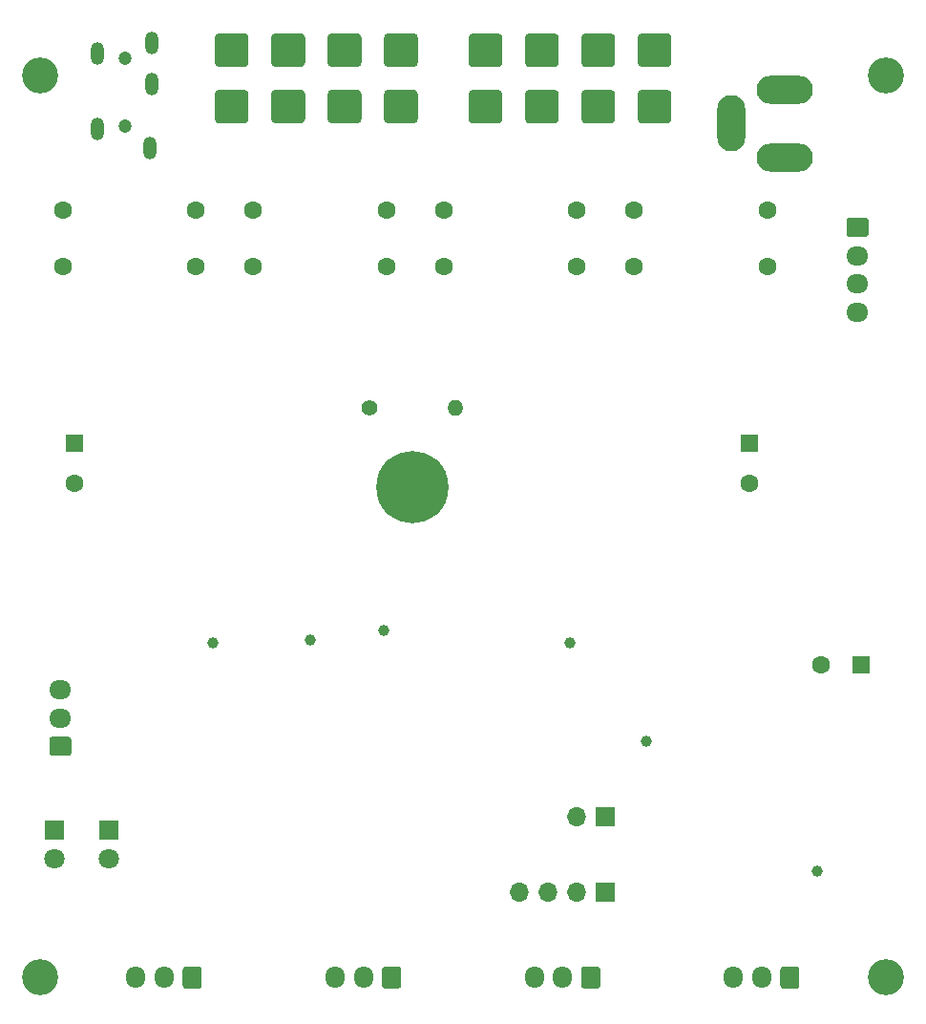
<source format=gbr>
%TF.GenerationSoftware,KiCad,Pcbnew,(5.1.8)-1*%
%TF.CreationDate,2021-12-09T09:07:22-03:00*%
%TF.ProjectId,dsp_amp_2to4,6473705f-616d-4705-9f32-746f342e6b69,1.1*%
%TF.SameCoordinates,Original*%
%TF.FileFunction,Soldermask,Bot*%
%TF.FilePolarity,Negative*%
%FSLAX46Y46*%
G04 Gerber Fmt 4.6, Leading zero omitted, Abs format (unit mm)*
G04 Created by KiCad (PCBNEW (5.1.8)-1) date 2021-12-09 09:07:22*
%MOMM*%
%LPD*%
G01*
G04 APERTURE LIST*
%ADD10C,1.000000*%
%ADD11O,1.950000X1.700000*%
%ADD12O,5.000000X2.500000*%
%ADD13O,2.500000X5.000000*%
%ADD14R,1.600000X1.600000*%
%ADD15C,1.600000*%
%ADD16O,1.200000X2.000000*%
%ADD17C,1.200000*%
%ADD18O,1.700000X1.700000*%
%ADD19R,1.700000X1.700000*%
%ADD20O,1.400000X1.400000*%
%ADD21C,1.400000*%
%ADD22C,0.800000*%
%ADD23C,6.400000*%
%ADD24O,1.700000X1.950000*%
%ADD25R,1.800000X1.800000*%
%ADD26C,1.800000*%
%ADD27C,3.200000*%
G04 APERTURE END LIST*
D10*
%TO.C,TP6*%
X108300000Y-114031520D03*
%TD*%
%TO.C,TP5*%
X123400000Y-125600000D03*
%TD*%
%TO.C,TP4*%
X101500000Y-105300000D03*
%TD*%
%TO.C,TP3*%
X85000000Y-104200000D03*
%TD*%
%TO.C,TP2*%
X78500000Y-105100000D03*
%TD*%
%TO.C,TP1*%
X69800000Y-105300000D03*
%TD*%
D11*
%TO.C,JP3*%
X127000000Y-76000000D03*
X127000000Y-73500000D03*
X127000000Y-71000000D03*
G36*
G01*
X126275000Y-67650000D02*
X127725000Y-67650000D01*
G75*
G02*
X127975000Y-67900000I0J-250000D01*
G01*
X127975000Y-69100000D01*
G75*
G02*
X127725000Y-69350000I-250000J0D01*
G01*
X126275000Y-69350000D01*
G75*
G02*
X126025000Y-69100000I0J250000D01*
G01*
X126025000Y-67900000D01*
G75*
G02*
X126275000Y-67650000I250000J0D01*
G01*
G37*
%TD*%
D12*
%TO.C,J1*%
X120500000Y-62300000D03*
X120500000Y-56300000D03*
D13*
X115800000Y-59300000D03*
%TD*%
D14*
%TO.C,C11*%
X57552651Y-87650000D03*
D15*
X57552651Y-91150000D03*
%TD*%
%TO.C,J5*%
G36*
G01*
X95500000Y-51675000D02*
X95500000Y-53925000D01*
G75*
G02*
X95125000Y-54300000I-375000J0D01*
G01*
X92875000Y-54300000D01*
G75*
G02*
X92500000Y-53925000I0J375000D01*
G01*
X92500000Y-51675000D01*
G75*
G02*
X92875000Y-51300000I375000J0D01*
G01*
X95125000Y-51300000D01*
G75*
G02*
X95500000Y-51675000I0J-375000D01*
G01*
G37*
G36*
G01*
X100500000Y-51675000D02*
X100500000Y-53925000D01*
G75*
G02*
X100125000Y-54300000I-375000J0D01*
G01*
X97875000Y-54300000D01*
G75*
G02*
X97500000Y-53925000I0J375000D01*
G01*
X97500000Y-51675000D01*
G75*
G02*
X97875000Y-51300000I375000J0D01*
G01*
X100125000Y-51300000D01*
G75*
G02*
X100500000Y-51675000I0J-375000D01*
G01*
G37*
G36*
G01*
X105500000Y-51675000D02*
X105500000Y-53925000D01*
G75*
G02*
X105125000Y-54300000I-375000J0D01*
G01*
X102875000Y-54300000D01*
G75*
G02*
X102500000Y-53925000I0J375000D01*
G01*
X102500000Y-51675000D01*
G75*
G02*
X102875000Y-51300000I375000J0D01*
G01*
X105125000Y-51300000D01*
G75*
G02*
X105500000Y-51675000I0J-375000D01*
G01*
G37*
G36*
G01*
X110500000Y-51675000D02*
X110500000Y-53925000D01*
G75*
G02*
X110125000Y-54300000I-375000J0D01*
G01*
X107875000Y-54300000D01*
G75*
G02*
X107500000Y-53925000I0J375000D01*
G01*
X107500000Y-51675000D01*
G75*
G02*
X107875000Y-51300000I375000J0D01*
G01*
X110125000Y-51300000D01*
G75*
G02*
X110500000Y-51675000I0J-375000D01*
G01*
G37*
G36*
G01*
X95500000Y-56675000D02*
X95500000Y-58925000D01*
G75*
G02*
X95125000Y-59300000I-375000J0D01*
G01*
X92875000Y-59300000D01*
G75*
G02*
X92500000Y-58925000I0J375000D01*
G01*
X92500000Y-56675000D01*
G75*
G02*
X92875000Y-56300000I375000J0D01*
G01*
X95125000Y-56300000D01*
G75*
G02*
X95500000Y-56675000I0J-375000D01*
G01*
G37*
G36*
G01*
X100500000Y-56675000D02*
X100500000Y-58925000D01*
G75*
G02*
X100125000Y-59300000I-375000J0D01*
G01*
X97875000Y-59300000D01*
G75*
G02*
X97500000Y-58925000I0J375000D01*
G01*
X97500000Y-56675000D01*
G75*
G02*
X97875000Y-56300000I375000J0D01*
G01*
X100125000Y-56300000D01*
G75*
G02*
X100500000Y-56675000I0J-375000D01*
G01*
G37*
G36*
G01*
X105500000Y-56675000D02*
X105500000Y-58925000D01*
G75*
G02*
X105125000Y-59300000I-375000J0D01*
G01*
X102875000Y-59300000D01*
G75*
G02*
X102500000Y-58925000I0J375000D01*
G01*
X102500000Y-56675000D01*
G75*
G02*
X102875000Y-56300000I375000J0D01*
G01*
X105125000Y-56300000D01*
G75*
G02*
X105500000Y-56675000I0J-375000D01*
G01*
G37*
G36*
G01*
X110500000Y-56675000D02*
X110500000Y-58925000D01*
G75*
G02*
X110125000Y-59300000I-375000J0D01*
G01*
X107875000Y-59300000D01*
G75*
G02*
X107500000Y-58925000I0J375000D01*
G01*
X107500000Y-56675000D01*
G75*
G02*
X107875000Y-56300000I375000J0D01*
G01*
X110125000Y-56300000D01*
G75*
G02*
X110500000Y-56675000I0J-375000D01*
G01*
G37*
%TD*%
%TO.C,J4*%
G36*
G01*
X73000000Y-51675000D02*
X73000000Y-53925000D01*
G75*
G02*
X72625000Y-54300000I-375000J0D01*
G01*
X70375000Y-54300000D01*
G75*
G02*
X70000000Y-53925000I0J375000D01*
G01*
X70000000Y-51675000D01*
G75*
G02*
X70375000Y-51300000I375000J0D01*
G01*
X72625000Y-51300000D01*
G75*
G02*
X73000000Y-51675000I0J-375000D01*
G01*
G37*
G36*
G01*
X78000000Y-51675000D02*
X78000000Y-53925000D01*
G75*
G02*
X77625000Y-54300000I-375000J0D01*
G01*
X75375000Y-54300000D01*
G75*
G02*
X75000000Y-53925000I0J375000D01*
G01*
X75000000Y-51675000D01*
G75*
G02*
X75375000Y-51300000I375000J0D01*
G01*
X77625000Y-51300000D01*
G75*
G02*
X78000000Y-51675000I0J-375000D01*
G01*
G37*
G36*
G01*
X83000000Y-51675000D02*
X83000000Y-53925000D01*
G75*
G02*
X82625000Y-54300000I-375000J0D01*
G01*
X80375000Y-54300000D01*
G75*
G02*
X80000000Y-53925000I0J375000D01*
G01*
X80000000Y-51675000D01*
G75*
G02*
X80375000Y-51300000I375000J0D01*
G01*
X82625000Y-51300000D01*
G75*
G02*
X83000000Y-51675000I0J-375000D01*
G01*
G37*
G36*
G01*
X88000000Y-51675000D02*
X88000000Y-53925000D01*
G75*
G02*
X87625000Y-54300000I-375000J0D01*
G01*
X85375000Y-54300000D01*
G75*
G02*
X85000000Y-53925000I0J375000D01*
G01*
X85000000Y-51675000D01*
G75*
G02*
X85375000Y-51300000I375000J0D01*
G01*
X87625000Y-51300000D01*
G75*
G02*
X88000000Y-51675000I0J-375000D01*
G01*
G37*
G36*
G01*
X73000000Y-56675000D02*
X73000000Y-58925000D01*
G75*
G02*
X72625000Y-59300000I-375000J0D01*
G01*
X70375000Y-59300000D01*
G75*
G02*
X70000000Y-58925000I0J375000D01*
G01*
X70000000Y-56675000D01*
G75*
G02*
X70375000Y-56300000I375000J0D01*
G01*
X72625000Y-56300000D01*
G75*
G02*
X73000000Y-56675000I0J-375000D01*
G01*
G37*
G36*
G01*
X78000000Y-56675000D02*
X78000000Y-58925000D01*
G75*
G02*
X77625000Y-59300000I-375000J0D01*
G01*
X75375000Y-59300000D01*
G75*
G02*
X75000000Y-58925000I0J375000D01*
G01*
X75000000Y-56675000D01*
G75*
G02*
X75375000Y-56300000I375000J0D01*
G01*
X77625000Y-56300000D01*
G75*
G02*
X78000000Y-56675000I0J-375000D01*
G01*
G37*
G36*
G01*
X83000000Y-56675000D02*
X83000000Y-58925000D01*
G75*
G02*
X82625000Y-59300000I-375000J0D01*
G01*
X80375000Y-59300000D01*
G75*
G02*
X80000000Y-58925000I0J375000D01*
G01*
X80000000Y-56675000D01*
G75*
G02*
X80375000Y-56300000I375000J0D01*
G01*
X82625000Y-56300000D01*
G75*
G02*
X83000000Y-56675000I0J-375000D01*
G01*
G37*
G36*
G01*
X88000000Y-56675000D02*
X88000000Y-58925000D01*
G75*
G02*
X87625000Y-59300000I-375000J0D01*
G01*
X85375000Y-59300000D01*
G75*
G02*
X85000000Y-58925000I0J375000D01*
G01*
X85000000Y-56675000D01*
G75*
G02*
X85375000Y-56300000I375000J0D01*
G01*
X87625000Y-56300000D01*
G75*
G02*
X88000000Y-56675000I0J-375000D01*
G01*
G37*
%TD*%
D11*
%TO.C,J3*%
X56300000Y-109500000D03*
X56300000Y-112000000D03*
G36*
G01*
X57025000Y-115350000D02*
X55575000Y-115350000D01*
G75*
G02*
X55325000Y-115100000I0J250000D01*
G01*
X55325000Y-113900000D01*
G75*
G02*
X55575000Y-113650000I250000J0D01*
G01*
X57025000Y-113650000D01*
G75*
G02*
X57275000Y-113900000I0J-250000D01*
G01*
X57275000Y-115100000D01*
G75*
G02*
X57025000Y-115350000I-250000J0D01*
G01*
G37*
%TD*%
D16*
%TO.C,J2*%
X59580000Y-53100000D03*
X59580000Y-59800000D03*
X64200000Y-61500000D03*
X64420000Y-55800000D03*
X64420000Y-52200000D03*
D17*
X62000000Y-59500000D03*
X62000000Y-53500000D03*
%TD*%
D18*
%TO.C,J7*%
X96980000Y-127400000D03*
X99520000Y-127400000D03*
X102060000Y-127400000D03*
D19*
X104600000Y-127400000D03*
%TD*%
D20*
%TO.C,JP2*%
X91310000Y-84500000D03*
D21*
X83690000Y-84500000D03*
%TD*%
D15*
%TO.C,C87*%
X119000000Y-67000000D03*
X119000000Y-72000000D03*
%TD*%
%TO.C,C85*%
X102100000Y-67000000D03*
X102100000Y-72000000D03*
%TD*%
%TO.C,C84*%
X90300000Y-67000000D03*
X90300000Y-72000000D03*
%TD*%
%TO.C,C58*%
X85200000Y-67000000D03*
X85200000Y-72000000D03*
%TD*%
%TO.C,C56*%
X68300000Y-67000000D03*
X68300000Y-72000000D03*
%TD*%
%TO.C,C55*%
X56500000Y-67000000D03*
X56500000Y-72000000D03*
%TD*%
%TO.C,C12*%
X117447349Y-91150000D03*
D14*
X117447349Y-87650000D03*
%TD*%
D15*
%TO.C,C2*%
X123775000Y-107300000D03*
D14*
X127275000Y-107300000D03*
%TD*%
D22*
%TO.C,H5*%
X89197056Y-89802944D03*
X87500000Y-89100000D03*
X85802944Y-89802944D03*
X85100000Y-91500000D03*
X85802944Y-93197056D03*
X87500000Y-93900000D03*
X89197056Y-93197056D03*
X89900000Y-91500000D03*
D23*
X87500000Y-91500000D03*
%TD*%
D18*
%TO.C,J6*%
X102060000Y-120700000D03*
D19*
X104600000Y-120700000D03*
%TD*%
D24*
%TO.C,POT4*%
X80666666Y-135000000D03*
X83166666Y-135000000D03*
G36*
G01*
X86516666Y-134275000D02*
X86516666Y-135725000D01*
G75*
G02*
X86266666Y-135975000I-250000J0D01*
G01*
X85066666Y-135975000D01*
G75*
G02*
X84816666Y-135725000I0J250000D01*
G01*
X84816666Y-134275000D01*
G75*
G02*
X85066666Y-134025000I250000J0D01*
G01*
X86266666Y-134025000D01*
G75*
G02*
X86516666Y-134275000I0J-250000D01*
G01*
G37*
%TD*%
%TO.C,POT3*%
X98333332Y-135000000D03*
X100833332Y-135000000D03*
G36*
G01*
X104183332Y-134275000D02*
X104183332Y-135725000D01*
G75*
G02*
X103933332Y-135975000I-250000J0D01*
G01*
X102733332Y-135975000D01*
G75*
G02*
X102483332Y-135725000I0J250000D01*
G01*
X102483332Y-134275000D01*
G75*
G02*
X102733332Y-134025000I250000J0D01*
G01*
X103933332Y-134025000D01*
G75*
G02*
X104183332Y-134275000I0J-250000D01*
G01*
G37*
%TD*%
%TO.C,POT2*%
X116000000Y-135000000D03*
X118500000Y-135000000D03*
G36*
G01*
X121850000Y-134275000D02*
X121850000Y-135725000D01*
G75*
G02*
X121600000Y-135975000I-250000J0D01*
G01*
X120400000Y-135975000D01*
G75*
G02*
X120150000Y-135725000I0J250000D01*
G01*
X120150000Y-134275000D01*
G75*
G02*
X120400000Y-134025000I250000J0D01*
G01*
X121600000Y-134025000D01*
G75*
G02*
X121850000Y-134275000I0J-250000D01*
G01*
G37*
%TD*%
%TO.C,POT1*%
X63000000Y-135000000D03*
X65500000Y-135000000D03*
G36*
G01*
X68850000Y-134275000D02*
X68850000Y-135725000D01*
G75*
G02*
X68600000Y-135975000I-250000J0D01*
G01*
X67400000Y-135975000D01*
G75*
G02*
X67150000Y-135725000I0J250000D01*
G01*
X67150000Y-134275000D01*
G75*
G02*
X67400000Y-134025000I250000J0D01*
G01*
X68600000Y-134025000D01*
G75*
G02*
X68850000Y-134275000I0J-250000D01*
G01*
G37*
%TD*%
D15*
%TO.C,C86*%
X107200000Y-67000000D03*
X107200000Y-72000000D03*
%TD*%
%TO.C,C57*%
X73400000Y-67000000D03*
X73400000Y-72000000D03*
%TD*%
D25*
%TO.C,D3*%
X60600000Y-121925000D03*
D26*
X60600000Y-124465000D03*
%TD*%
D25*
%TO.C,D4*%
X55800000Y-121925000D03*
D26*
X55800000Y-124465000D03*
%TD*%
D27*
%TO.C,H1*%
X54500000Y-55000000D03*
%TD*%
%TO.C,H2*%
X129500000Y-55000000D03*
%TD*%
%TO.C,H3*%
X54500000Y-135000000D03*
%TD*%
%TO.C,H4*%
X129500000Y-135000000D03*
%TD*%
M02*

</source>
